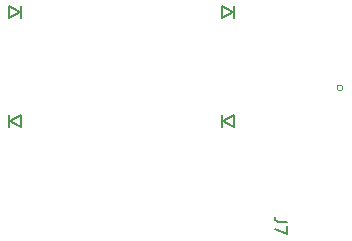
<source format=gbr>
%TF.GenerationSoftware,KiCad,Pcbnew,(6.0.6)*%
%TF.CreationDate,2022-07-28T22:43:09-07:00*%
%TF.ProjectId,left_thumb_routed,6c656674-5f74-4687-956d-625f726f7574,v1.0.0*%
%TF.SameCoordinates,Original*%
%TF.FileFunction,Legend,Top*%
%TF.FilePolarity,Positive*%
%FSLAX46Y46*%
G04 Gerber Fmt 4.6, Leading zero omitted, Abs format (unit mm)*
G04 Created by KiCad (PCBNEW (6.0.6)) date 2022-07-28 22:43:09*
%MOMM*%
%LPD*%
G01*
G04 APERTURE LIST*
%ADD10C,0.150000*%
%ADD11C,0.120000*%
G04 APERTURE END LIST*
D10*
%TO.C,J7*%
X-62007380Y-65261666D02*
X-62721666Y-65261666D01*
X-62864523Y-65214047D01*
X-62959761Y-65118809D01*
X-63007380Y-64975952D01*
X-63007380Y-64880714D01*
X-62007380Y-65642619D02*
X-62007380Y-66309285D01*
X-63007380Y-65880714D01*
%TO.C,D36*%
X-67500000Y-48000000D02*
X-67500000Y-47000000D01*
X-67500000Y-47000000D02*
X-66600000Y-47500000D01*
X-66600000Y-47500000D02*
X-67500000Y-48000000D01*
X-66500000Y-48000000D02*
X-66500000Y-47000000D01*
%TO.C,D35*%
X-85500000Y-48000000D02*
X-85500000Y-47000000D01*
X-84500000Y-48000000D02*
X-84500000Y-47000000D01*
X-85500000Y-47000000D02*
X-84600000Y-47500000D01*
X-84600000Y-47500000D02*
X-85500000Y-48000000D01*
D11*
%TO.C,J7*%
X-57250000Y-53900000D02*
G75*
G03*
X-57250000Y-53900000I-250000J0D01*
G01*
D10*
%TO.C,D33*%
X-84500000Y-57200000D02*
X-85400000Y-56700000D01*
X-84500000Y-56200000D02*
X-84500000Y-57200000D01*
X-85500000Y-56200000D02*
X-85500000Y-57200000D01*
X-85400000Y-56700000D02*
X-84500000Y-56200000D01*
%TO.C,D34*%
X-66500000Y-56200000D02*
X-66500000Y-57200000D01*
X-67500000Y-56200000D02*
X-67500000Y-57200000D01*
X-66500000Y-57200000D02*
X-67400000Y-56700000D01*
X-67400000Y-56700000D02*
X-66500000Y-56200000D01*
%TD*%
M02*

</source>
